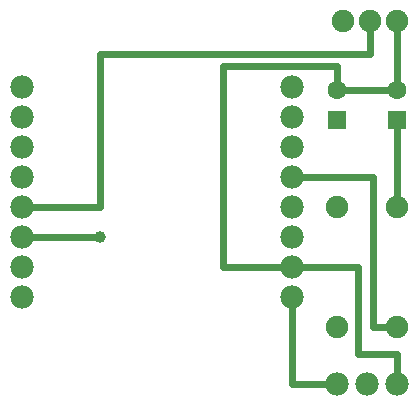
<source format=gtl>
G04 MADE WITH FRITZING*
G04 WWW.FRITZING.ORG*
G04 DOUBLE SIDED*
G04 HOLES PLATED*
G04 CONTOUR ON CENTER OF CONTOUR VECTOR*
%ASAXBY*%
%FSLAX23Y23*%
%MOIN*%
%OFA0B0*%
%SFA1.0B1.0*%
%ADD10C,0.039370*%
%ADD11C,0.077778*%
%ADD12C,0.062992*%
%ADD13C,0.075000*%
%ADD14C,0.078000*%
%ADD15R,0.062992X0.062992*%
%ADD16C,0.024000*%
%ADD17R,0.001000X0.001000*%
%LNCOPPER1*%
G90*
G70*
G54D10*
X328Y577D03*
G54D11*
X68Y1077D03*
X68Y977D03*
X68Y877D03*
X68Y777D03*
X68Y677D03*
X68Y577D03*
X68Y477D03*
X68Y377D03*
X968Y377D03*
X968Y477D03*
X968Y577D03*
X968Y677D03*
X968Y777D03*
X968Y877D03*
X968Y977D03*
X968Y1077D03*
G54D12*
X1318Y967D03*
X1318Y1065D03*
X1118Y967D03*
X1118Y1065D03*
G54D13*
X1318Y677D03*
X1318Y277D03*
X1118Y677D03*
X1118Y277D03*
G54D14*
X1318Y87D03*
X1218Y87D03*
X1118Y87D03*
G54D13*
X1138Y1297D03*
X1228Y1297D03*
X1318Y1297D03*
G54D15*
X1318Y967D03*
X1118Y967D03*
G54D16*
X1238Y276D02*
X1238Y777D01*
D02*
X1319Y186D02*
X1319Y117D01*
D02*
X1189Y186D02*
X1319Y186D01*
D02*
X968Y86D02*
X1088Y86D01*
D02*
X1292Y1065D02*
X1145Y1065D01*
D02*
X1119Y1147D02*
X738Y1146D01*
D02*
X738Y1146D02*
X738Y477D01*
D02*
X738Y477D02*
X939Y477D01*
D02*
X1119Y1092D02*
X1119Y1147D01*
D02*
X328Y1186D02*
X328Y677D01*
D02*
X328Y677D02*
X98Y677D01*
D02*
X1228Y1187D02*
X328Y1186D01*
D02*
X1228Y1268D02*
X1228Y1187D01*
D02*
X1318Y940D02*
X1318Y705D01*
D02*
X1238Y777D02*
X998Y777D01*
D02*
X1290Y276D02*
X1238Y276D01*
D02*
X968Y347D02*
X968Y86D01*
D02*
X1189Y476D02*
X1189Y186D01*
D02*
X998Y477D02*
X1189Y476D01*
D02*
X1318Y1268D02*
X1318Y1092D01*
D02*
X309Y577D02*
X98Y577D01*
G54D17*
D02*
G04 End of Copper1*
M02*
</source>
